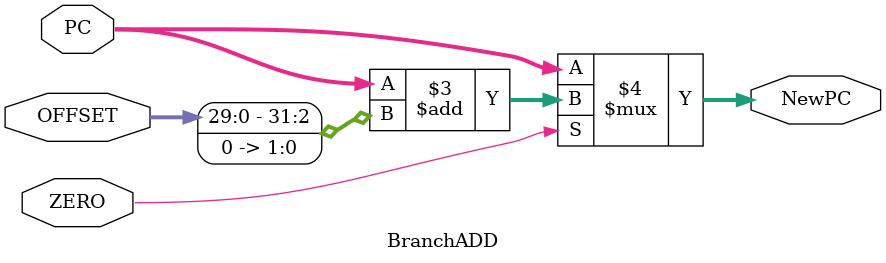
<source format=v>

module BranchADD( NewPC, PC, OFFSET, ZERO ) ;
  input[31:0] PC ;
  input ZERO;
  //input Branch ;
  input[31:0] OFFSET ;
  output[31:0] NewPC ;
  
  
  assign NewPC = ( ( ZERO == 1 ) ? PC + ( OFFSET << 2 ) : PC )  ;

endmodule
</source>
